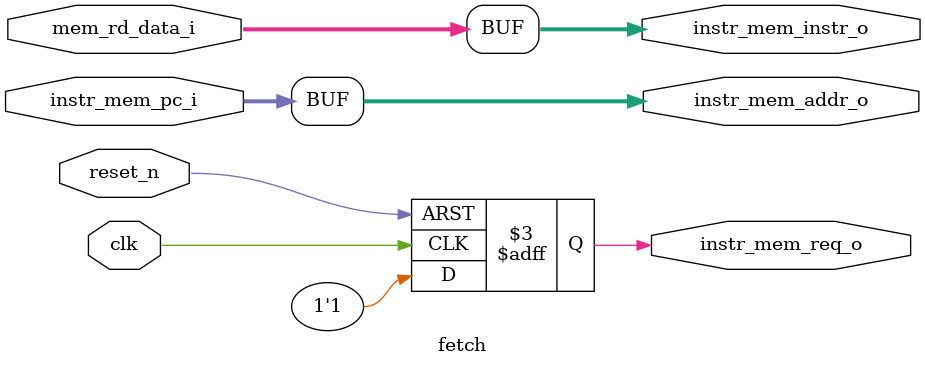
<source format=sv>
module fetch (
  input    logic          clk,
  input    logic          reset_n,

  input    logic [31:0]   instr_mem_pc_i,

  // Output read request to memory
  output   logic          instr_mem_req_o,
  output   logic [31:0]   instr_mem_addr_o,

  // Read data from memory
  input    logic [31:0]   mem_rd_data_i,

  // Instruction output
  output   logic [31:0]   instr_mem_instr_o
);

  always_ff @(posedge clk or negedge reset_n)
    begin
      if (reset_n == 0)
        instr_mem_req_o <= 0;
      else 
        instr_mem_req_o <= 1;
    end
  
  assign instr_mem_addr_o = instr_mem_pc_i;
  assign instr_mem_instr_o =  mem_rd_data_i;
endmodule

</source>
